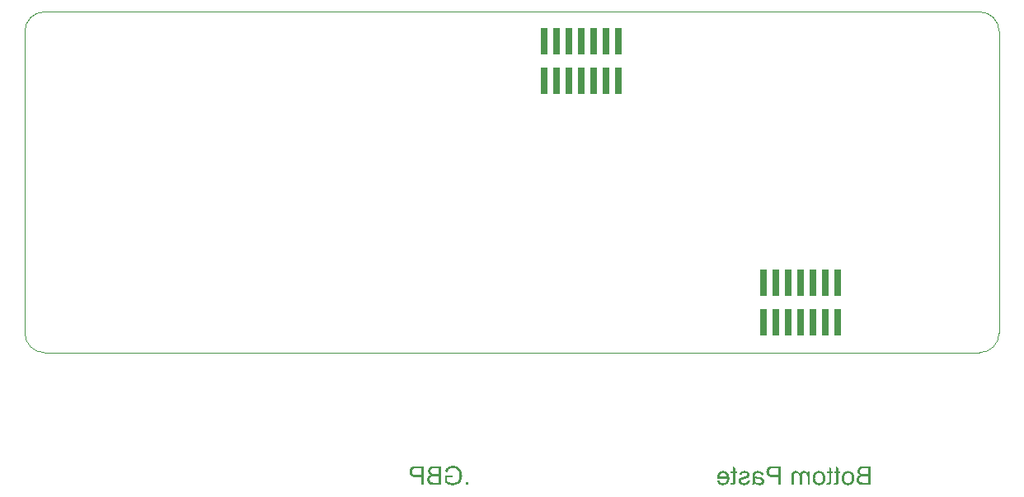
<source format=gbp>
G04*
G04 #@! TF.GenerationSoftware,Altium Limited,Altium Designer,24.2.2 (26)*
G04*
G04 Layer_Color=128*
%FSLAX43Y43*%
%MOMM*%
G71*
G04*
G04 #@! TF.SameCoordinates,5DB90D12-C1CB-46FC-8784-53B28312C21E*
G04*
G04*
G04 #@! TF.FilePolarity,Positive*
G04*
G01*
G75*
%ADD10C,0.100*%
%ADD73R,0.740X2.790*%
G36*
X80039Y-12162D02*
X80086Y-12170D01*
X80126Y-12180D01*
X80163Y-12190D01*
X80193Y-12202D01*
X80216Y-12212D01*
X80231Y-12220D01*
X80233Y-12222D01*
X80236D01*
X80273Y-12247D01*
X80308Y-12275D01*
X80338Y-12302D01*
X80363Y-12327D01*
X80383Y-12352D01*
X80398Y-12370D01*
X80408Y-12382D01*
X80411Y-12387D01*
Y-12190D01*
X80621D01*
Y-13582D01*
X80386D01*
Y-12862D01*
X80383Y-12795D01*
X80381Y-12737D01*
X80373Y-12687D01*
X80366Y-12645D01*
X80361Y-12615D01*
X80353Y-12590D01*
X80351Y-12577D01*
X80348Y-12572D01*
X80331Y-12537D01*
X80311Y-12505D01*
X80291Y-12477D01*
X80271Y-12457D01*
X80253Y-12440D01*
X80238Y-12427D01*
X80226Y-12420D01*
X80223Y-12417D01*
X80191Y-12400D01*
X80159Y-12387D01*
X80129Y-12377D01*
X80099Y-12372D01*
X80074Y-12367D01*
X80056Y-12365D01*
X80039D01*
X79994Y-12367D01*
X79954Y-12377D01*
X79921Y-12390D01*
X79896Y-12405D01*
X79876Y-12420D01*
X79861Y-12432D01*
X79854Y-12442D01*
X79851Y-12445D01*
X79831Y-12477D01*
X79819Y-12515D01*
X79809Y-12552D01*
X79801Y-12592D01*
X79796Y-12625D01*
X79794Y-12655D01*
Y-12665D01*
Y-12672D01*
Y-12677D01*
Y-12680D01*
Y-13582D01*
X79559Y-13582D01*
Y-12775D01*
Y-12737D01*
X79554Y-12700D01*
X79549Y-12667D01*
X79544Y-12637D01*
X79536Y-12610D01*
X79529Y-12582D01*
X79519Y-12560D01*
X79509Y-12540D01*
X79491Y-12507D01*
X79476Y-12482D01*
X79466Y-12470D01*
X79461Y-12465D01*
X79424Y-12432D01*
X79381Y-12407D01*
X79341Y-12390D01*
X79301Y-12377D01*
X79266Y-12370D01*
X79239Y-12367D01*
X79229Y-12365D01*
X79214D01*
X79184Y-12367D01*
X79159Y-12370D01*
X79134Y-12377D01*
X79114Y-12385D01*
X79096Y-12392D01*
X79084Y-12397D01*
X79076Y-12402D01*
X79074Y-12405D01*
X79051Y-12420D01*
X79034Y-12437D01*
X79019Y-12452D01*
X79009Y-12470D01*
X78999Y-12482D01*
X78994Y-12495D01*
X78989Y-12502D01*
Y-12505D01*
X78981Y-12532D01*
X78976Y-12562D01*
X78971Y-12597D01*
X78969Y-12630D01*
X78966Y-12660D01*
Y-12685D01*
Y-12695D01*
Y-12702D01*
Y-12705D01*
Y-12707D01*
Y-13582D01*
X78731D01*
Y-12630D01*
Y-12587D01*
X78736Y-12545D01*
X78741Y-12507D01*
X78749Y-12472D01*
X78756Y-12440D01*
X78766Y-12412D01*
X78776Y-12385D01*
X78786Y-12362D01*
X78799Y-12342D01*
X78809Y-12325D01*
X78819Y-12310D01*
X78826Y-12297D01*
X78834Y-12287D01*
X78839Y-12280D01*
X78841Y-12277D01*
X78844Y-12275D01*
X78866Y-12255D01*
X78889Y-12237D01*
X78941Y-12207D01*
X78994Y-12187D01*
X79044Y-12175D01*
X79091Y-12165D01*
X79111Y-12162D01*
X79129D01*
X79144Y-12160D01*
X79164D01*
X79211Y-12162D01*
X79259Y-12170D01*
X79301Y-12182D01*
X79344Y-12197D01*
X79381Y-12217D01*
X79416Y-12237D01*
X79449Y-12260D01*
X79479Y-12282D01*
X79504Y-12305D01*
X79526Y-12327D01*
X79546Y-12347D01*
X79564Y-12367D01*
X79576Y-12382D01*
X79586Y-12395D01*
X79591Y-12402D01*
X79594Y-12405D01*
X79611Y-12365D01*
X79634Y-12327D01*
X79656Y-12297D01*
X79681Y-12272D01*
X79701Y-12252D01*
X79719Y-12237D01*
X79731Y-12227D01*
X79736Y-12225D01*
X79776Y-12202D01*
X79816Y-12187D01*
X79859Y-12175D01*
X79899Y-12167D01*
X79934Y-12162D01*
X79964Y-12160D01*
X79989D01*
X80039Y-12162D01*
D02*
G37*
G36*
X75325Y-12162D02*
X75385Y-12167D01*
X75440Y-12175D01*
X75485Y-12185D01*
X75525Y-12195D01*
X75540Y-12197D01*
X75552Y-12202D01*
X75562Y-12205D01*
X75570Y-12207D01*
X75575Y-12210D01*
X75577D01*
X75625Y-12230D01*
X75667Y-12252D01*
X75702Y-12275D01*
X75732Y-12297D01*
X75755Y-12320D01*
X75772Y-12335D01*
X75782Y-12345D01*
X75785Y-12350D01*
X75810Y-12385D01*
X75832Y-12425D01*
X75850Y-12465D01*
X75862Y-12502D01*
X75875Y-12535D01*
X75882Y-12562D01*
X75885Y-12572D01*
Y-12580D01*
X75887Y-12585D01*
Y-12587D01*
X75657Y-12620D01*
X75642Y-12570D01*
X75622Y-12525D01*
X75605Y-12490D01*
X75585Y-12462D01*
X75570Y-12440D01*
X75555Y-12425D01*
X75545Y-12417D01*
X75542Y-12415D01*
X75510Y-12395D01*
X75470Y-12380D01*
X75430Y-12370D01*
X75387Y-12362D01*
X75352Y-12357D01*
X75322Y-12355D01*
X75295D01*
X75232Y-12357D01*
X75177Y-12367D01*
X75132Y-12380D01*
X75092Y-12395D01*
X75062Y-12410D01*
X75042Y-12422D01*
X75030Y-12432D01*
X75025Y-12435D01*
X75002Y-12460D01*
X74985Y-12492D01*
X74975Y-12525D01*
X74965Y-12560D01*
X74960Y-12590D01*
X74957Y-12617D01*
Y-12625D01*
Y-12632D01*
Y-12637D01*
Y-12640D01*
Y-12645D01*
Y-12655D01*
Y-12675D01*
X74960Y-12685D01*
Y-12692D01*
Y-12697D01*
Y-12700D01*
X74987Y-12707D01*
X75017Y-12717D01*
X75082Y-12732D01*
X75152Y-12747D01*
X75220Y-12760D01*
X75252Y-12765D01*
X75282Y-12770D01*
X75310Y-12772D01*
X75332Y-12775D01*
X75352Y-12780D01*
X75367D01*
X75377Y-12782D01*
X75380D01*
X75430Y-12790D01*
X75472Y-12795D01*
X75507Y-12800D01*
X75537Y-12807D01*
X75560Y-12810D01*
X75577Y-12815D01*
X75587Y-12817D01*
X75590D01*
X75625Y-12827D01*
X75657Y-12840D01*
X75685Y-12852D01*
X75710Y-12865D01*
X75730Y-12877D01*
X75747Y-12887D01*
X75757Y-12892D01*
X75760Y-12895D01*
X75787Y-12915D01*
X75810Y-12937D01*
X75832Y-12960D01*
X75850Y-12980D01*
X75862Y-13000D01*
X75875Y-13015D01*
X75880Y-13025D01*
X75882Y-13030D01*
X75897Y-13062D01*
X75907Y-13095D01*
X75917Y-13127D01*
X75922Y-13155D01*
X75925Y-13180D01*
X75927Y-13200D01*
Y-13212D01*
Y-13217D01*
X75925Y-13250D01*
X75922Y-13280D01*
X75907Y-13335D01*
X75887Y-13382D01*
X75865Y-13425D01*
X75842Y-13457D01*
X75825Y-13482D01*
X75810Y-13497D01*
X75807Y-13500D01*
X75805Y-13502D01*
X75780Y-13522D01*
X75755Y-13537D01*
X75697Y-13565D01*
X75640Y-13585D01*
X75582Y-13597D01*
X75532Y-13607D01*
X75510Y-13609D01*
X75490D01*
X75475Y-13612D01*
X75452D01*
X75402Y-13609D01*
X75355Y-13604D01*
X75310Y-13597D01*
X75272Y-13590D01*
X75240Y-13582D01*
X75215Y-13575D01*
X75207Y-13572D01*
X75200Y-13570D01*
X75197Y-13567D01*
X75195D01*
X75150Y-13547D01*
X75102Y-13522D01*
X75060Y-13495D01*
X75022Y-13470D01*
X74987Y-13445D01*
X74962Y-13425D01*
X74952Y-13417D01*
X74945Y-13412D01*
X74942Y-13407D01*
X74940D01*
X74935Y-13445D01*
X74927Y-13477D01*
X74922Y-13507D01*
X74912Y-13532D01*
X74907Y-13555D01*
X74900Y-13570D01*
X74897Y-13580D01*
X74895Y-13582D01*
X74647D01*
X74662Y-13552D01*
X74675Y-13522D01*
X74685Y-13495D01*
X74695Y-13467D01*
X74700Y-13447D01*
X74705Y-13430D01*
X74707Y-13420D01*
Y-13415D01*
X74710Y-13395D01*
X74712Y-13372D01*
Y-13345D01*
X74715Y-13312D01*
X74717Y-13245D01*
Y-13175D01*
X74720Y-13140D01*
Y-13107D01*
Y-13077D01*
Y-13052D01*
Y-13030D01*
Y-13015D01*
Y-13002D01*
Y-13000D01*
Y-12685D01*
Y-12630D01*
X74722Y-12585D01*
X74725Y-12547D01*
Y-12517D01*
X74727Y-12495D01*
X74730Y-12480D01*
X74732Y-12470D01*
Y-12467D01*
X74742Y-12432D01*
X74752Y-12402D01*
X74765Y-12375D01*
X74777Y-12352D01*
X74790Y-12335D01*
X74800Y-12320D01*
X74805Y-12312D01*
X74807Y-12310D01*
X74830Y-12287D01*
X74855Y-12265D01*
X74882Y-12247D01*
X74910Y-12232D01*
X74935Y-12220D01*
X74955Y-12210D01*
X74967Y-12205D01*
X74970Y-12202D01*
X74972D01*
X75017Y-12187D01*
X75062Y-12177D01*
X75112Y-12170D01*
X75157Y-12165D01*
X75197Y-12162D01*
X75215Y-12160D01*
X75260D01*
X75325Y-12162D01*
D02*
G37*
G36*
X83560Y-11847D02*
Y-12190D01*
X83735D01*
Y-12372D01*
X83560D01*
Y-13175D01*
Y-13212D01*
X83558Y-13247D01*
Y-13280D01*
X83555Y-13307D01*
X83553Y-13335D01*
X83550Y-13357D01*
X83548Y-13377D01*
X83545Y-13395D01*
X83540Y-13422D01*
X83538Y-13440D01*
X83533Y-13452D01*
Y-13455D01*
X83520Y-13477D01*
X83505Y-13497D01*
X83488Y-13517D01*
X83470Y-13532D01*
X83455Y-13545D01*
X83445Y-13552D01*
X83435Y-13557D01*
X83433Y-13560D01*
X83405Y-13572D01*
X83373Y-13582D01*
X83340Y-13590D01*
X83308Y-13594D01*
X83280Y-13597D01*
X83255Y-13599D01*
X83235D01*
X83173Y-13597D01*
X83143Y-13592D01*
X83115Y-13590D01*
X83090Y-13585D01*
X83073Y-13582D01*
X83060Y-13580D01*
X83055D01*
X83088Y-13372D01*
X83110Y-13375D01*
X83130Y-13377D01*
X83150D01*
X83165Y-13380D01*
X83193D01*
X83228Y-13377D01*
X83253Y-13372D01*
X83263Y-13370D01*
X83270Y-13367D01*
X83273Y-13365D01*
X83275D01*
X83293Y-13350D01*
X83305Y-13335D01*
X83313Y-13325D01*
X83315Y-13320D01*
X83318Y-13305D01*
X83320Y-13287D01*
X83323Y-13265D01*
Y-13242D01*
X83325Y-13222D01*
Y-13205D01*
Y-13192D01*
Y-13187D01*
Y-12372D01*
X83088D01*
Y-12190D01*
X83325D01*
Y-11705D01*
X83560Y-11847D01*
D02*
G37*
G36*
X82815D02*
Y-12190D01*
X82990D01*
Y-12372D01*
X82815D01*
Y-13175D01*
Y-13212D01*
X82813Y-13247D01*
Y-13280D01*
X82810Y-13307D01*
X82808Y-13335D01*
X82805Y-13357D01*
X82803Y-13377D01*
X82800Y-13395D01*
X82795Y-13422D01*
X82793Y-13440D01*
X82788Y-13452D01*
Y-13455D01*
X82775Y-13477D01*
X82760Y-13497D01*
X82743Y-13517D01*
X82725Y-13532D01*
X82710Y-13545D01*
X82700Y-13552D01*
X82690Y-13557D01*
X82688Y-13560D01*
X82660Y-13572D01*
X82628Y-13582D01*
X82595Y-13590D01*
X82563Y-13594D01*
X82535Y-13597D01*
X82510Y-13599D01*
X82490D01*
X82428Y-13597D01*
X82398Y-13592D01*
X82370Y-13590D01*
X82345Y-13585D01*
X82328Y-13582D01*
X82315Y-13580D01*
X82310D01*
X82343Y-13372D01*
X82365Y-13375D01*
X82385Y-13377D01*
X82405D01*
X82420Y-13380D01*
X82448D01*
X82483Y-13377D01*
X82508Y-13372D01*
X82518Y-13370D01*
X82525Y-13367D01*
X82528Y-13365D01*
X82530D01*
X82548Y-13350D01*
X82560Y-13335D01*
X82568Y-13325D01*
X82570Y-13320D01*
X82573Y-13305D01*
X82575Y-13287D01*
X82578Y-13265D01*
Y-13242D01*
X82580Y-13222D01*
Y-13205D01*
Y-13192D01*
Y-13187D01*
Y-12372D01*
X82343D01*
Y-12190D01*
X82580D01*
Y-11705D01*
X82815Y-11847D01*
D02*
G37*
G36*
X72973Y-11847D02*
Y-12190D01*
X73148D01*
Y-12372D01*
X72973D01*
Y-13175D01*
Y-13212D01*
X72970Y-13247D01*
Y-13280D01*
X72968Y-13307D01*
X72965Y-13335D01*
X72963Y-13357D01*
X72960Y-13377D01*
X72958Y-13395D01*
X72953Y-13422D01*
X72950Y-13440D01*
X72945Y-13452D01*
Y-13455D01*
X72933Y-13477D01*
X72918Y-13497D01*
X72900Y-13517D01*
X72883Y-13532D01*
X72868Y-13545D01*
X72858Y-13552D01*
X72848Y-13557D01*
X72845Y-13560D01*
X72818Y-13572D01*
X72785Y-13582D01*
X72753Y-13590D01*
X72720Y-13594D01*
X72693Y-13597D01*
X72668Y-13599D01*
X72648D01*
X72585Y-13597D01*
X72555Y-13592D01*
X72528Y-13590D01*
X72503Y-13585D01*
X72485Y-13582D01*
X72473Y-13580D01*
X72468D01*
X72500Y-13372D01*
X72523Y-13375D01*
X72543Y-13377D01*
X72563D01*
X72578Y-13380D01*
X72605D01*
X72640Y-13377D01*
X72665Y-13372D01*
X72675Y-13370D01*
X72683Y-13367D01*
X72685Y-13365D01*
X72688D01*
X72705Y-13350D01*
X72718Y-13335D01*
X72725Y-13325D01*
X72728Y-13320D01*
X72730Y-13305D01*
X72733Y-13287D01*
X72735Y-13265D01*
Y-13242D01*
X72738Y-13222D01*
Y-13205D01*
Y-13192D01*
Y-13187D01*
Y-12372D01*
X72500D01*
Y-12190D01*
X72738D01*
Y-11705D01*
X72973Y-11847D01*
D02*
G37*
G36*
X71753Y-12162D02*
X71803Y-12167D01*
X71851Y-12177D01*
X71896Y-12190D01*
X71936Y-12205D01*
X71976Y-12222D01*
X72011Y-12240D01*
X72043Y-12257D01*
X72071Y-12275D01*
X72096Y-12292D01*
X72118Y-12310D01*
X72136Y-12325D01*
X72151Y-12337D01*
X72161Y-12347D01*
X72166Y-12352D01*
X72168Y-12355D01*
X72201Y-12392D01*
X72228Y-12432D01*
X72251Y-12477D01*
X72273Y-12522D01*
X72291Y-12567D01*
X72303Y-12612D01*
X72315Y-12657D01*
X72326Y-12700D01*
X72333Y-12740D01*
X72338Y-12777D01*
X72343Y-12812D01*
X72345Y-12842D01*
Y-12865D01*
X72348Y-12885D01*
Y-12895D01*
Y-12900D01*
X72345Y-12962D01*
X72340Y-13020D01*
X72330Y-13072D01*
X72321Y-13125D01*
X72308Y-13170D01*
X72293Y-13215D01*
X72276Y-13252D01*
X72258Y-13290D01*
X72243Y-13320D01*
X72226Y-13347D01*
X72211Y-13370D01*
X72198Y-13390D01*
X72188Y-13405D01*
X72178Y-13415D01*
X72173Y-13422D01*
X72171Y-13425D01*
X72136Y-13457D01*
X72098Y-13487D01*
X72058Y-13512D01*
X72018Y-13532D01*
X71978Y-13552D01*
X71938Y-13567D01*
X71898Y-13580D01*
X71861Y-13590D01*
X71826Y-13597D01*
X71791Y-13602D01*
X71761Y-13607D01*
X71736Y-13609D01*
X71716D01*
X71698Y-13612D01*
X71686D01*
X71641Y-13609D01*
X71598Y-13607D01*
X71521Y-13594D01*
X71486Y-13585D01*
X71453Y-13575D01*
X71423Y-13565D01*
X71396Y-13552D01*
X71371Y-13542D01*
X71351Y-13532D01*
X71331Y-13522D01*
X71316Y-13512D01*
X71303Y-13505D01*
X71296Y-13500D01*
X71291Y-13495D01*
X71288D01*
X71236Y-13447D01*
X71191Y-13392D01*
X71153Y-13337D01*
X71123Y-13285D01*
X71103Y-13237D01*
X71093Y-13215D01*
X71088Y-13197D01*
X71081Y-13182D01*
X71078Y-13172D01*
X71076Y-13165D01*
Y-13162D01*
X71321Y-13130D01*
X71341Y-13182D01*
X71366Y-13227D01*
X71391Y-13267D01*
X71413Y-13297D01*
X71433Y-13320D01*
X71451Y-13337D01*
X71461Y-13347D01*
X71466Y-13350D01*
X71501Y-13372D01*
X71538Y-13390D01*
X71576Y-13400D01*
X71608Y-13410D01*
X71641Y-13415D01*
X71663Y-13417D01*
X71686D01*
X71718Y-13415D01*
X71748Y-13412D01*
X71806Y-13397D01*
X71856Y-13380D01*
X71898Y-13357D01*
X71931Y-13335D01*
X71958Y-13315D01*
X71966Y-13307D01*
X71973Y-13302D01*
X71976Y-13300D01*
X71978Y-13297D01*
X71998Y-13272D01*
X72016Y-13247D01*
X72046Y-13192D01*
X72068Y-13135D01*
X72086Y-13077D01*
X72096Y-13027D01*
X72098Y-13005D01*
X72101Y-12985D01*
X72103Y-12970D01*
X72106Y-12957D01*
Y-12950D01*
Y-12947D01*
X71068D01*
X71066Y-12920D01*
Y-12900D01*
Y-12890D01*
Y-12885D01*
X71068Y-12822D01*
X71073Y-12762D01*
X71083Y-12707D01*
X71093Y-12655D01*
X71106Y-12607D01*
X71121Y-12565D01*
X71138Y-12525D01*
X71153Y-12487D01*
X71171Y-12455D01*
X71188Y-12427D01*
X71203Y-12405D01*
X71216Y-12385D01*
X71226Y-12370D01*
X71236Y-12360D01*
X71241Y-12352D01*
X71243Y-12350D01*
X71278Y-12317D01*
X71313Y-12287D01*
X71351Y-12262D01*
X71391Y-12240D01*
X71428Y-12222D01*
X71466Y-12207D01*
X71503Y-12192D01*
X71538Y-12182D01*
X71571Y-12175D01*
X71603Y-12170D01*
X71631Y-12165D01*
X71653Y-12162D01*
X71673Y-12160D01*
X71701D01*
X71753Y-12162D01*
D02*
G37*
G36*
X86862Y-13582D02*
X86132D01*
X86064Y-13580D01*
X86005Y-13577D01*
X85952Y-13572D01*
X85907Y-13567D01*
X85872Y-13562D01*
X85857Y-13560D01*
X85845Y-13557D01*
X85835Y-13555D01*
X85827Y-13552D01*
X85822D01*
X85777Y-13540D01*
X85735Y-13525D01*
X85700Y-13507D01*
X85670Y-13492D01*
X85645Y-13480D01*
X85627Y-13467D01*
X85615Y-13460D01*
X85612Y-13457D01*
X85582Y-13430D01*
X85555Y-13402D01*
X85530Y-13372D01*
X85510Y-13342D01*
X85492Y-13317D01*
X85480Y-13297D01*
X85472Y-13282D01*
X85470Y-13277D01*
X85450Y-13232D01*
X85437Y-13190D01*
X85427Y-13147D01*
X85420Y-13110D01*
X85415Y-13075D01*
X85412Y-13050D01*
Y-13040D01*
Y-13032D01*
Y-13030D01*
Y-13027D01*
X85417Y-12967D01*
X85427Y-12912D01*
X85442Y-12862D01*
X85460Y-12820D01*
X85477Y-12785D01*
X85492Y-12760D01*
X85497Y-12750D01*
X85502Y-12742D01*
X85507Y-12740D01*
Y-12737D01*
X85545Y-12695D01*
X85587Y-12657D01*
X85632Y-12627D01*
X85675Y-12602D01*
X85715Y-12582D01*
X85732Y-12575D01*
X85745Y-12570D01*
X85757Y-12565D01*
X85767Y-12562D01*
X85772Y-12560D01*
X85775D01*
X85727Y-12535D01*
X85687Y-12505D01*
X85652Y-12477D01*
X85622Y-12450D01*
X85600Y-12425D01*
X85585Y-12405D01*
X85575Y-12392D01*
X85572Y-12387D01*
X85550Y-12345D01*
X85532Y-12305D01*
X85522Y-12265D01*
X85512Y-12227D01*
X85507Y-12197D01*
X85505Y-12172D01*
Y-12165D01*
Y-12157D01*
Y-12155D01*
Y-12152D01*
X85507Y-12102D01*
X85517Y-12057D01*
X85530Y-12015D01*
X85542Y-11977D01*
X85557Y-11945D01*
X85570Y-11920D01*
X85580Y-11905D01*
X85582Y-11902D01*
Y-11900D01*
X85612Y-11857D01*
X85647Y-11820D01*
X85680Y-11790D01*
X85715Y-11765D01*
X85745Y-11745D01*
X85767Y-11730D01*
X85777Y-11725D01*
X85785Y-11722D01*
X85787Y-11720D01*
X85790D01*
X85842Y-11700D01*
X85900Y-11685D01*
X85960Y-11675D01*
X86015Y-11667D01*
X86064Y-11662D01*
X86087D01*
X86104Y-11660D01*
X86862D01*
Y-13582D01*
D02*
G37*
G36*
X77607Y-13582D02*
X77352D01*
Y-12802D01*
X76862D01*
X76789Y-12800D01*
X76722Y-12795D01*
X76659Y-12787D01*
X76602Y-12775D01*
X76552Y-12762D01*
X76504Y-12747D01*
X76464Y-12732D01*
X76427Y-12717D01*
X76397Y-12702D01*
X76369Y-12685D01*
X76347Y-12672D01*
X76329Y-12660D01*
X76317Y-12647D01*
X76307Y-12640D01*
X76302Y-12635D01*
X76299Y-12632D01*
X76272Y-12600D01*
X76247Y-12565D01*
X76227Y-12530D01*
X76210Y-12495D01*
X76192Y-12460D01*
X76180Y-12427D01*
X76162Y-12360D01*
X76155Y-12332D01*
X76150Y-12305D01*
X76147Y-12280D01*
X76145Y-12257D01*
X76142Y-12240D01*
Y-12227D01*
Y-12220D01*
Y-12217D01*
X76145Y-12165D01*
X76152Y-12117D01*
X76162Y-12072D01*
X76172Y-12032D01*
X76182Y-12000D01*
X76192Y-11975D01*
X76197Y-11967D01*
X76200Y-11960D01*
X76202Y-11957D01*
Y-11955D01*
X76225Y-11912D01*
X76249Y-11875D01*
X76277Y-11842D01*
X76302Y-11817D01*
X76322Y-11797D01*
X76342Y-11782D01*
X76352Y-11772D01*
X76357Y-11770D01*
X76394Y-11747D01*
X76434Y-11727D01*
X76472Y-11712D01*
X76509Y-11700D01*
X76542Y-11690D01*
X76569Y-11685D01*
X76579Y-11682D01*
X76584Y-11680D01*
X76592D01*
X76632Y-11672D01*
X76679Y-11667D01*
X76729Y-11665D01*
X76774Y-11662D01*
X76817Y-11660D01*
X77607D01*
Y-13582D01*
D02*
G37*
G36*
X84577Y-12162D02*
X84622Y-12167D01*
X84665Y-12175D01*
X84707Y-12185D01*
X84745Y-12195D01*
X84782Y-12210D01*
X84815Y-12222D01*
X84845Y-12237D01*
X84872Y-12252D01*
X84897Y-12265D01*
X84917Y-12280D01*
X84935Y-12290D01*
X84950Y-12300D01*
X84960Y-12307D01*
X84965Y-12312D01*
X84967Y-12315D01*
X85005Y-12352D01*
X85037Y-12392D01*
X85065Y-12437D01*
X85090Y-12482D01*
X85110Y-12530D01*
X85127Y-12577D01*
X85142Y-12625D01*
X85152Y-12672D01*
X85162Y-12715D01*
X85167Y-12755D01*
X85172Y-12792D01*
X85177Y-12825D01*
Y-12850D01*
X85180Y-12870D01*
Y-12882D01*
Y-12887D01*
X85177Y-12952D01*
X85172Y-13012D01*
X85162Y-13067D01*
X85152Y-13120D01*
X85137Y-13170D01*
X85122Y-13212D01*
X85107Y-13252D01*
X85090Y-13290D01*
X85072Y-13322D01*
X85057Y-13350D01*
X85042Y-13372D01*
X85027Y-13392D01*
X85017Y-13407D01*
X85007Y-13417D01*
X85002Y-13425D01*
X85000Y-13427D01*
X84965Y-13460D01*
X84927Y-13487D01*
X84890Y-13512D01*
X84850Y-13535D01*
X84810Y-13552D01*
X84772Y-13567D01*
X84735Y-13580D01*
X84697Y-13590D01*
X84662Y-13597D01*
X84630Y-13602D01*
X84602Y-13607D01*
X84577Y-13609D01*
X84557D01*
X84542Y-13612D01*
X84530D01*
X84462Y-13609D01*
X84400Y-13599D01*
X84342Y-13585D01*
X84295Y-13569D01*
X84252Y-13555D01*
X84235Y-13547D01*
X84222Y-13540D01*
X84210Y-13535D01*
X84202Y-13530D01*
X84197Y-13527D01*
X84195D01*
X84140Y-13492D01*
X84092Y-13455D01*
X84052Y-13415D01*
X84020Y-13377D01*
X83993Y-13342D01*
X83975Y-13315D01*
X83968Y-13305D01*
X83963Y-13297D01*
X83960Y-13292D01*
Y-13290D01*
X83945Y-13260D01*
X83933Y-13227D01*
X83913Y-13157D01*
X83898Y-13087D01*
X83888Y-13020D01*
X83885Y-12990D01*
X83883Y-12960D01*
X83880Y-12935D01*
X83878Y-12912D01*
Y-12892D01*
Y-12880D01*
Y-12870D01*
Y-12867D01*
X83880Y-12807D01*
X83885Y-12750D01*
X83895Y-12697D01*
X83905Y-12647D01*
X83920Y-12600D01*
X83935Y-12557D01*
X83953Y-12520D01*
X83968Y-12485D01*
X83985Y-12455D01*
X84003Y-12427D01*
X84018Y-12402D01*
X84033Y-12385D01*
X84043Y-12370D01*
X84052Y-12357D01*
X84058Y-12352D01*
X84060Y-12350D01*
X84095Y-12317D01*
X84132Y-12287D01*
X84170Y-12262D01*
X84210Y-12240D01*
X84250Y-12222D01*
X84290Y-12207D01*
X84327Y-12192D01*
X84362Y-12182D01*
X84397Y-12175D01*
X84430Y-12170D01*
X84457Y-12165D01*
X84482Y-12162D01*
X84502Y-12160D01*
X84530D01*
X84577Y-12162D01*
D02*
G37*
G36*
X81596D02*
X81641Y-12167D01*
X81683Y-12175D01*
X81726Y-12185D01*
X81763Y-12195D01*
X81801Y-12210D01*
X81833Y-12222D01*
X81863Y-12237D01*
X81891Y-12252D01*
X81916Y-12265D01*
X81936Y-12280D01*
X81953Y-12290D01*
X81968Y-12300D01*
X81978Y-12307D01*
X81983Y-12312D01*
X81986Y-12315D01*
X82023Y-12352D01*
X82056Y-12392D01*
X82083Y-12437D01*
X82108Y-12482D01*
X82128Y-12530D01*
X82145Y-12577D01*
X82160Y-12625D01*
X82170Y-12672D01*
X82180Y-12715D01*
X82185Y-12755D01*
X82190Y-12792D01*
X82195Y-12825D01*
Y-12850D01*
X82198Y-12870D01*
Y-12882D01*
Y-12887D01*
X82195Y-12952D01*
X82190Y-13012D01*
X82180Y-13067D01*
X82170Y-13120D01*
X82155Y-13170D01*
X82140Y-13212D01*
X82125Y-13252D01*
X82108Y-13290D01*
X82090Y-13322D01*
X82076Y-13350D01*
X82061Y-13372D01*
X82046Y-13392D01*
X82036Y-13407D01*
X82026Y-13417D01*
X82021Y-13425D01*
X82018Y-13427D01*
X81983Y-13460D01*
X81946Y-13487D01*
X81908Y-13512D01*
X81868Y-13535D01*
X81828Y-13552D01*
X81791Y-13567D01*
X81753Y-13580D01*
X81716Y-13590D01*
X81681Y-13597D01*
X81648Y-13602D01*
X81621Y-13607D01*
X81596Y-13609D01*
X81576D01*
X81561Y-13612D01*
X81548D01*
X81481Y-13609D01*
X81418Y-13599D01*
X81361Y-13585D01*
X81313Y-13569D01*
X81271Y-13555D01*
X81253Y-13547D01*
X81241Y-13540D01*
X81228Y-13535D01*
X81221Y-13530D01*
X81216Y-13527D01*
X81213D01*
X81158Y-13492D01*
X81111Y-13455D01*
X81071Y-13415D01*
X81038Y-13377D01*
X81011Y-13342D01*
X80993Y-13315D01*
X80986Y-13305D01*
X80981Y-13297D01*
X80978Y-13292D01*
Y-13290D01*
X80963Y-13260D01*
X80951Y-13227D01*
X80931Y-13157D01*
X80916Y-13087D01*
X80906Y-13020D01*
X80903Y-12990D01*
X80901Y-12960D01*
X80898Y-12935D01*
X80896Y-12912D01*
Y-12892D01*
Y-12880D01*
Y-12870D01*
Y-12867D01*
X80898Y-12807D01*
X80903Y-12750D01*
X80913Y-12697D01*
X80923Y-12647D01*
X80938Y-12600D01*
X80953Y-12557D01*
X80971Y-12520D01*
X80986Y-12485D01*
X81003Y-12455D01*
X81021Y-12427D01*
X81036Y-12402D01*
X81051Y-12385D01*
X81061Y-12370D01*
X81071Y-12357D01*
X81076Y-12352D01*
X81078Y-12350D01*
X81113Y-12317D01*
X81151Y-12287D01*
X81188Y-12262D01*
X81228Y-12240D01*
X81268Y-12222D01*
X81308Y-12207D01*
X81346Y-12192D01*
X81381Y-12182D01*
X81416Y-12175D01*
X81448Y-12170D01*
X81476Y-12165D01*
X81501Y-12162D01*
X81521Y-12160D01*
X81548D01*
X81596Y-12162D01*
D02*
G37*
G36*
X73975Y-12165D02*
X74010Y-12170D01*
X74040Y-12175D01*
X74068Y-12180D01*
X74085Y-12185D01*
X74098Y-12187D01*
X74103Y-12190D01*
X74135Y-12200D01*
X74165Y-12212D01*
X74193Y-12222D01*
X74213Y-12235D01*
X74230Y-12242D01*
X74243Y-12250D01*
X74250Y-12255D01*
X74253Y-12257D01*
X74277Y-12277D01*
X74300Y-12300D01*
X74320Y-12322D01*
X74337Y-12342D01*
X74350Y-12362D01*
X74360Y-12377D01*
X74365Y-12387D01*
X74367Y-12390D01*
X74382Y-12420D01*
X74392Y-12450D01*
X74400Y-12480D01*
X74405Y-12505D01*
X74407Y-12530D01*
X74410Y-12547D01*
Y-12557D01*
Y-12562D01*
X74407Y-12600D01*
X74402Y-12635D01*
X74395Y-12667D01*
X74385Y-12695D01*
X74375Y-12717D01*
X74367Y-12735D01*
X74362Y-12745D01*
X74360Y-12750D01*
X74337Y-12780D01*
X74315Y-12805D01*
X74287Y-12827D01*
X74265Y-12845D01*
X74243Y-12860D01*
X74225Y-12870D01*
X74213Y-12877D01*
X74208Y-12880D01*
X74188Y-12890D01*
X74163Y-12897D01*
X74138Y-12907D01*
X74110Y-12917D01*
X74050Y-12937D01*
X73990Y-12955D01*
X73935Y-12970D01*
X73910Y-12977D01*
X73890Y-12982D01*
X73873Y-12987D01*
X73860Y-12992D01*
X73850Y-12995D01*
X73848D01*
X73813Y-13002D01*
X73783Y-13012D01*
X73753Y-13020D01*
X73728Y-13027D01*
X73705Y-13035D01*
X73685Y-13040D01*
X73670Y-13045D01*
X73655Y-13052D01*
X73630Y-13060D01*
X73615Y-13067D01*
X73608Y-13070D01*
X73605Y-13072D01*
X73583Y-13092D01*
X73565Y-13112D01*
X73553Y-13132D01*
X73543Y-13152D01*
X73538Y-13170D01*
X73535Y-13185D01*
Y-13195D01*
Y-13197D01*
X73538Y-13230D01*
X73548Y-13260D01*
X73560Y-13285D01*
X73575Y-13307D01*
X73590Y-13327D01*
X73603Y-13340D01*
X73613Y-13350D01*
X73615Y-13352D01*
X73648Y-13375D01*
X73688Y-13390D01*
X73728Y-13402D01*
X73765Y-13410D01*
X73803Y-13415D01*
X73830Y-13417D01*
X73858D01*
X73915Y-13415D01*
X73965Y-13405D01*
X74008Y-13395D01*
X74045Y-13380D01*
X74073Y-13367D01*
X74093Y-13355D01*
X74105Y-13347D01*
X74110Y-13345D01*
X74140Y-13315D01*
X74165Y-13280D01*
X74183Y-13245D01*
X74198Y-13210D01*
X74208Y-13177D01*
X74213Y-13152D01*
X74215Y-13142D01*
X74218Y-13135D01*
Y-13132D01*
Y-13130D01*
X74450Y-13167D01*
X74442Y-13207D01*
X74432Y-13245D01*
X74420Y-13280D01*
X74405Y-13312D01*
X74392Y-13342D01*
X74377Y-13370D01*
X74360Y-13395D01*
X74345Y-13417D01*
X74330Y-13437D01*
X74317Y-13455D01*
X74305Y-13470D01*
X74293Y-13482D01*
X74283Y-13490D01*
X74275Y-13497D01*
X74272Y-13500D01*
X74270Y-13502D01*
X74243Y-13522D01*
X74210Y-13537D01*
X74145Y-13565D01*
X74075Y-13585D01*
X74010Y-13597D01*
X73978Y-13602D01*
X73948Y-13607D01*
X73923Y-13609D01*
X73900D01*
X73880Y-13612D01*
X73855D01*
X73795Y-13609D01*
X73740Y-13604D01*
X73690Y-13594D01*
X73648Y-13585D01*
X73613Y-13575D01*
X73585Y-13565D01*
X73575Y-13562D01*
X73568Y-13560D01*
X73565Y-13557D01*
X73563D01*
X73518Y-13535D01*
X73478Y-13507D01*
X73443Y-13482D01*
X73413Y-13455D01*
X73393Y-13432D01*
X73375Y-13415D01*
X73365Y-13402D01*
X73363Y-13397D01*
X73340Y-13357D01*
X73323Y-13317D01*
X73310Y-13280D01*
X73300Y-13245D01*
X73295Y-13215D01*
X73293Y-13192D01*
Y-13177D01*
Y-13175D01*
Y-13172D01*
X73295Y-13130D01*
X73303Y-13090D01*
X73310Y-13057D01*
X73320Y-13027D01*
X73333Y-13005D01*
X73340Y-12987D01*
X73348Y-12975D01*
X73350Y-12972D01*
X73373Y-12942D01*
X73400Y-12917D01*
X73425Y-12897D01*
X73450Y-12880D01*
X73473Y-12865D01*
X73490Y-12855D01*
X73503Y-12850D01*
X73508Y-12847D01*
X73528Y-12840D01*
X73550Y-12830D01*
X73603Y-12812D01*
X73660Y-12795D01*
X73718Y-12777D01*
X73770Y-12762D01*
X73795Y-12757D01*
X73815Y-12750D01*
X73830Y-12745D01*
X73845Y-12742D01*
X73853Y-12740D01*
X73855D01*
X73885Y-12732D01*
X73913Y-12722D01*
X73938Y-12717D01*
X73960Y-12710D01*
X73980Y-12705D01*
X73998Y-12700D01*
X74025Y-12692D01*
X74045Y-12687D01*
X74058Y-12682D01*
X74063Y-12680D01*
X74065D01*
X74085Y-12670D01*
X74105Y-12660D01*
X74120Y-12650D01*
X74133Y-12640D01*
X74143Y-12630D01*
X74150Y-12622D01*
X74153Y-12620D01*
X74155Y-12617D01*
X74165Y-12602D01*
X74170Y-12587D01*
X74180Y-12562D01*
Y-12550D01*
X74183Y-12542D01*
Y-12537D01*
Y-12535D01*
X74180Y-12507D01*
X74173Y-12485D01*
X74160Y-12462D01*
X74148Y-12445D01*
X74138Y-12430D01*
X74125Y-12420D01*
X74118Y-12412D01*
X74115Y-12410D01*
X74085Y-12392D01*
X74050Y-12377D01*
X74010Y-12367D01*
X73973Y-12362D01*
X73938Y-12357D01*
X73910Y-12355D01*
X73883D01*
X73833Y-12357D01*
X73790Y-12365D01*
X73753Y-12375D01*
X73723Y-12385D01*
X73698Y-12397D01*
X73683Y-12407D01*
X73670Y-12415D01*
X73668Y-12417D01*
X73643Y-12442D01*
X73623Y-12467D01*
X73605Y-12495D01*
X73593Y-12522D01*
X73585Y-12545D01*
X73580Y-12565D01*
X73575Y-12577D01*
Y-12582D01*
X73345Y-12550D01*
X73355Y-12502D01*
X73368Y-12460D01*
X73380Y-12425D01*
X73395Y-12395D01*
X73408Y-12370D01*
X73418Y-12352D01*
X73425Y-12340D01*
X73428Y-12337D01*
X73453Y-12307D01*
X73483Y-12282D01*
X73513Y-12260D01*
X73543Y-12242D01*
X73570Y-12227D01*
X73593Y-12215D01*
X73608Y-12210D01*
X73610Y-12207D01*
X73613D01*
X73660Y-12192D01*
X73708Y-12180D01*
X73758Y-12172D01*
X73800Y-12165D01*
X73840Y-12162D01*
X73855D01*
X73870Y-12160D01*
X73938D01*
X73975Y-12165D01*
D02*
G37*
G36*
X44046Y-11633D02*
X44143Y-11647D01*
X44187Y-11655D01*
X44229Y-11666D01*
X44268Y-11675D01*
X44304Y-11686D01*
X44337Y-11697D01*
X44365Y-11708D01*
X44390Y-11719D01*
X44412Y-11727D01*
X44429Y-11736D01*
X44440Y-11741D01*
X44448Y-11744D01*
X44451Y-11747D01*
X44490Y-11772D01*
X44529Y-11797D01*
X44596Y-11855D01*
X44654Y-11913D01*
X44701Y-11975D01*
X44740Y-12027D01*
X44754Y-12050D01*
X44765Y-12072D01*
X44776Y-12088D01*
X44782Y-12099D01*
X44784Y-12108D01*
X44787Y-12111D01*
X44826Y-12202D01*
X44854Y-12294D01*
X44876Y-12383D01*
X44881Y-12424D01*
X44890Y-12463D01*
X44893Y-12499D01*
X44898Y-12530D01*
X44901Y-12560D01*
Y-12585D01*
X44904Y-12605D01*
Y-12619D01*
Y-12630D01*
Y-12633D01*
X44898Y-12735D01*
X44884Y-12832D01*
X44876Y-12877D01*
X44868Y-12918D01*
X44856Y-12960D01*
X44845Y-12996D01*
X44834Y-13030D01*
X44823Y-13057D01*
X44815Y-13085D01*
X44807Y-13104D01*
X44798Y-13124D01*
X44793Y-13135D01*
X44787Y-13143D01*
Y-13146D01*
X44737Y-13227D01*
X44682Y-13296D01*
X44623Y-13357D01*
X44568Y-13407D01*
X44515Y-13446D01*
X44496Y-13460D01*
X44476Y-13474D01*
X44459Y-13482D01*
X44448Y-13490D01*
X44440Y-13493D01*
X44437Y-13496D01*
X44393Y-13518D01*
X44348Y-13535D01*
X44260Y-13565D01*
X44174Y-13585D01*
X44093Y-13601D01*
X44057Y-13604D01*
X44024Y-13610D01*
X43993Y-13613D01*
X43968D01*
X43949Y-13615D01*
X43921D01*
X43843Y-13613D01*
X43768Y-13604D01*
X43699Y-13590D01*
X43638Y-13576D01*
X43613Y-13571D01*
X43588Y-13565D01*
X43566Y-13557D01*
X43546Y-13551D01*
X43532Y-13546D01*
X43521Y-13543D01*
X43516Y-13540D01*
X43513D01*
X43438Y-13510D01*
X43368Y-13474D01*
X43302Y-13435D01*
X43244Y-13399D01*
X43219Y-13382D01*
X43194Y-13365D01*
X43174Y-13352D01*
X43157Y-13340D01*
X43144Y-13329D01*
X43132Y-13321D01*
X43127Y-13318D01*
X43124Y-13315D01*
Y-12602D01*
X43940D01*
Y-12830D01*
X43374D01*
Y-13191D01*
X43407Y-13218D01*
X43446Y-13243D01*
X43488Y-13266D01*
X43527Y-13285D01*
X43560Y-13302D01*
X43591Y-13315D01*
X43602Y-13321D01*
X43607Y-13324D01*
X43613Y-13327D01*
X43616D01*
X43674Y-13346D01*
X43732Y-13363D01*
X43785Y-13374D01*
X43835Y-13379D01*
X43876Y-13385D01*
X43893D01*
X43910Y-13388D01*
X43938D01*
X44007Y-13385D01*
X44074Y-13374D01*
X44135Y-13360D01*
X44190Y-13346D01*
X44235Y-13329D01*
X44254Y-13324D01*
X44268Y-13318D01*
X44282Y-13313D01*
X44290Y-13307D01*
X44296Y-13304D01*
X44298D01*
X44357Y-13268D01*
X44410Y-13229D01*
X44454Y-13188D01*
X44490Y-13146D01*
X44521Y-13107D01*
X44540Y-13077D01*
X44548Y-13066D01*
X44551Y-13057D01*
X44557Y-13052D01*
Y-13049D01*
X44584Y-12980D01*
X44607Y-12907D01*
X44621Y-12835D01*
X44632Y-12766D01*
X44634Y-12735D01*
X44637Y-12707D01*
X44640Y-12680D01*
Y-12658D01*
X44643Y-12641D01*
Y-12627D01*
Y-12619D01*
Y-12616D01*
X44640Y-12538D01*
X44632Y-12469D01*
X44621Y-12402D01*
X44607Y-12344D01*
X44601Y-12319D01*
X44593Y-12297D01*
X44587Y-12277D01*
X44582Y-12261D01*
X44576Y-12247D01*
X44573Y-12238D01*
X44571Y-12233D01*
Y-12230D01*
X44551Y-12191D01*
X44532Y-12155D01*
X44512Y-12122D01*
X44493Y-12094D01*
X44476Y-12072D01*
X44462Y-12052D01*
X44451Y-12041D01*
X44448Y-12038D01*
X44418Y-12008D01*
X44385Y-11980D01*
X44348Y-11958D01*
X44315Y-11936D01*
X44287Y-11922D01*
X44265Y-11908D01*
X44249Y-11902D01*
X44243Y-11900D01*
X44193Y-11880D01*
X44143Y-11866D01*
X44090Y-11858D01*
X44043Y-11850D01*
X44001Y-11847D01*
X43985D01*
X43971Y-11844D01*
X43940D01*
X43888Y-11847D01*
X43838Y-11852D01*
X43793Y-11861D01*
X43754Y-11869D01*
X43721Y-11880D01*
X43696Y-11889D01*
X43682Y-11894D01*
X43677Y-11897D01*
X43635Y-11916D01*
X43599Y-11938D01*
X43566Y-11961D01*
X43541Y-11983D01*
X43521Y-12002D01*
X43504Y-12016D01*
X43496Y-12027D01*
X43493Y-12030D01*
X43468Y-12063D01*
X43449Y-12102D01*
X43430Y-12138D01*
X43413Y-12177D01*
X43402Y-12211D01*
X43393Y-12236D01*
X43391Y-12247D01*
X43388Y-12255D01*
X43385Y-12258D01*
Y-12261D01*
X43155Y-12199D01*
X43174Y-12130D01*
X43199Y-12069D01*
X43224Y-12013D01*
X43246Y-11969D01*
X43269Y-11933D01*
X43285Y-11908D01*
X43296Y-11891D01*
X43302Y-11886D01*
X43341Y-11841D01*
X43382Y-11805D01*
X43427Y-11772D01*
X43468Y-11744D01*
X43507Y-11725D01*
X43538Y-11708D01*
X43549Y-11703D01*
X43557Y-11700D01*
X43563Y-11697D01*
X43566D01*
X43629Y-11675D01*
X43696Y-11658D01*
X43757Y-11644D01*
X43815Y-11636D01*
X43868Y-11630D01*
X43890D01*
X43907Y-11628D01*
X43996D01*
X44046Y-11633D01*
D02*
G37*
G36*
X45548Y-13582D02*
X45278D01*
Y-13313D01*
X45548D01*
Y-13582D01*
D02*
G37*
G36*
X42760D02*
X42028D01*
X41961Y-13579D01*
X41903Y-13576D01*
X41850Y-13571D01*
X41805Y-13565D01*
X41769Y-13560D01*
X41742Y-13557D01*
X41725Y-13551D01*
X41719D01*
X41672Y-13538D01*
X41633Y-13524D01*
X41597Y-13507D01*
X41567Y-13490D01*
X41542Y-13479D01*
X41522Y-13468D01*
X41511Y-13460D01*
X41508Y-13457D01*
X41478Y-13432D01*
X41450Y-13402D01*
X41428Y-13371D01*
X41406Y-13343D01*
X41389Y-13315D01*
X41378Y-13296D01*
X41370Y-13282D01*
X41367Y-13277D01*
X41347Y-13232D01*
X41333Y-13188D01*
X41322Y-13146D01*
X41317Y-13107D01*
X41311Y-13074D01*
X41308Y-13046D01*
Y-13030D01*
Y-13027D01*
Y-13024D01*
X41311Y-12963D01*
X41322Y-12907D01*
X41339Y-12860D01*
X41356Y-12816D01*
X41372Y-12782D01*
X41389Y-12757D01*
X41400Y-12741D01*
X41403Y-12735D01*
X41442Y-12691D01*
X41483Y-12655D01*
X41531Y-12624D01*
X41572Y-12599D01*
X41611Y-12580D01*
X41644Y-12569D01*
X41656Y-12563D01*
X41664Y-12560D01*
X41669Y-12558D01*
X41672D01*
X41625Y-12530D01*
X41583Y-12502D01*
X41550Y-12472D01*
X41522Y-12444D01*
X41500Y-12422D01*
X41483Y-12399D01*
X41475Y-12388D01*
X41472Y-12383D01*
X41450Y-12341D01*
X41433Y-12302D01*
X41420Y-12263D01*
X41411Y-12227D01*
X41406Y-12197D01*
X41403Y-12172D01*
Y-12158D01*
Y-12152D01*
X41406Y-12105D01*
X41414Y-12058D01*
X41428Y-12016D01*
X41442Y-11977D01*
X41456Y-11944D01*
X41470Y-11922D01*
X41478Y-11905D01*
X41481Y-11900D01*
X41511Y-11858D01*
X41544Y-11819D01*
X41581Y-11789D01*
X41614Y-11764D01*
X41642Y-11744D01*
X41667Y-11730D01*
X41683Y-11722D01*
X41686Y-11719D01*
X41689D01*
X41742Y-11700D01*
X41800Y-11686D01*
X41858Y-11675D01*
X41914Y-11669D01*
X41964Y-11664D01*
X41986D01*
X42005Y-11661D01*
X42760D01*
Y-13582D01*
D02*
G37*
G36*
X40959D02*
X40703D01*
Y-12802D01*
X40212D01*
X40140Y-12799D01*
X40070Y-12794D01*
X40009Y-12785D01*
X39954Y-12774D01*
X39901Y-12763D01*
X39857Y-12749D01*
X39815Y-12732D01*
X39779Y-12716D01*
X39748Y-12702D01*
X39720Y-12685D01*
X39698Y-12671D01*
X39682Y-12658D01*
X39668Y-12649D01*
X39659Y-12641D01*
X39654Y-12635D01*
X39651Y-12633D01*
X39623Y-12599D01*
X39598Y-12566D01*
X39579Y-12533D01*
X39559Y-12497D01*
X39543Y-12460D01*
X39532Y-12427D01*
X39512Y-12363D01*
X39507Y-12333D01*
X39501Y-12305D01*
X39498Y-12280D01*
X39496Y-12261D01*
X39493Y-12241D01*
Y-12230D01*
Y-12222D01*
Y-12219D01*
X39496Y-12166D01*
X39501Y-12116D01*
X39512Y-12072D01*
X39521Y-12033D01*
X39532Y-12000D01*
X39543Y-11975D01*
X39548Y-11961D01*
X39551Y-11955D01*
X39573Y-11913D01*
X39601Y-11877D01*
X39626Y-11844D01*
X39651Y-11819D01*
X39673Y-11800D01*
X39690Y-11783D01*
X39701Y-11775D01*
X39707Y-11772D01*
X39743Y-11750D01*
X39784Y-11730D01*
X39823Y-11714D01*
X39859Y-11700D01*
X39893Y-11691D01*
X39918Y-11686D01*
X39937Y-11680D01*
X39943D01*
X39984Y-11675D01*
X40031Y-11669D01*
X40081Y-11666D01*
X40129Y-11664D01*
X40170Y-11661D01*
X40959D01*
Y-13582D01*
D02*
G37*
%LPC*%
G36*
X74962Y-12885D02*
X74960D01*
Y-12972D01*
X74962Y-13027D01*
X74965Y-13075D01*
X74972Y-13115D01*
X74977Y-13147D01*
X74985Y-13175D01*
X74992Y-13192D01*
X74995Y-13202D01*
X74997Y-13207D01*
X75017Y-13245D01*
X75042Y-13275D01*
X75070Y-13305D01*
X75095Y-13327D01*
X75117Y-13345D01*
X75137Y-13360D01*
X75150Y-13367D01*
X75152Y-13370D01*
X75155D01*
X75195Y-13390D01*
X75237Y-13402D01*
X75277Y-13412D01*
X75315Y-13420D01*
X75347Y-13425D01*
X75372Y-13427D01*
X75395D01*
X75442Y-13425D01*
X75485Y-13417D01*
X75522Y-13407D01*
X75552Y-13395D01*
X75575Y-13385D01*
X75592Y-13375D01*
X75602Y-13367D01*
X75605Y-13365D01*
X75627Y-13340D01*
X75645Y-13315D01*
X75657Y-13287D01*
X75665Y-13265D01*
X75670Y-13242D01*
X75675Y-13225D01*
Y-13215D01*
Y-13210D01*
X75672Y-13187D01*
X75670Y-13165D01*
X75665Y-13147D01*
X75657Y-13130D01*
X75652Y-13117D01*
X75647Y-13105D01*
X75645Y-13100D01*
X75642Y-13097D01*
X75630Y-13080D01*
X75615Y-13065D01*
X75585Y-13040D01*
X75570Y-13032D01*
X75560Y-13027D01*
X75552Y-13022D01*
X75550D01*
X75525Y-13012D01*
X75492Y-13002D01*
X75457Y-12995D01*
X75425Y-12987D01*
X75395Y-12982D01*
X75367Y-12977D01*
X75357D01*
X75352Y-12975D01*
X75345D01*
X75297Y-12967D01*
X75255Y-12960D01*
X75215Y-12952D01*
X75177Y-12945D01*
X75142Y-12937D01*
X75110Y-12930D01*
X75082Y-12922D01*
X75057Y-12915D01*
X75035Y-12910D01*
X75015Y-12902D01*
X74997Y-12897D01*
X74985Y-12892D01*
X74972Y-12890D01*
X74965Y-12887D01*
X74962Y-12885D01*
D02*
G37*
G36*
X71713Y-12355D02*
X71698D01*
X71666Y-12357D01*
X71633Y-12360D01*
X71576Y-12377D01*
X71526Y-12397D01*
X71483Y-12422D01*
X71451Y-12450D01*
X71426Y-12470D01*
X71418Y-12480D01*
X71411Y-12487D01*
X71406Y-12490D01*
Y-12492D01*
X71381Y-12527D01*
X71361Y-12570D01*
X71346Y-12612D01*
X71333Y-12655D01*
X71326Y-12692D01*
X71321Y-12710D01*
Y-12725D01*
X71318Y-12735D01*
X71316Y-12745D01*
Y-12750D01*
Y-12752D01*
X72093D01*
X72086Y-12687D01*
X72071Y-12632D01*
X72051Y-12582D01*
X72028Y-12540D01*
X72008Y-12507D01*
X71991Y-12485D01*
X71978Y-12470D01*
X71973Y-12465D01*
X71951Y-12445D01*
X71928Y-12427D01*
X71883Y-12402D01*
X71836Y-12382D01*
X71793Y-12367D01*
X71756Y-12360D01*
X71738Y-12357D01*
X71726D01*
X71713Y-12355D01*
D02*
G37*
G36*
X86607Y-11887D02*
X86152D01*
X86119Y-11890D01*
X86092Y-11892D01*
X86064Y-11895D01*
X86039D01*
X86020Y-11897D01*
X85999Y-11900D01*
X85970Y-11905D01*
X85950Y-11910D01*
X85937Y-11912D01*
X85932Y-11915D01*
X85902Y-11927D01*
X85875Y-11942D01*
X85855Y-11957D01*
X85835Y-11975D01*
X85820Y-11990D01*
X85810Y-12002D01*
X85805Y-12012D01*
X85802Y-12015D01*
X85787Y-12042D01*
X85775Y-12072D01*
X85767Y-12100D01*
X85760Y-12125D01*
X85757Y-12147D01*
X85755Y-12167D01*
Y-12177D01*
Y-12182D01*
X85757Y-12220D01*
X85762Y-12252D01*
X85770Y-12282D01*
X85780Y-12305D01*
X85790Y-12325D01*
X85797Y-12340D01*
X85802Y-12350D01*
X85805Y-12352D01*
X85825Y-12375D01*
X85850Y-12395D01*
X85872Y-12410D01*
X85897Y-12425D01*
X85920Y-12435D01*
X85937Y-12442D01*
X85947Y-12445D01*
X85952Y-12447D01*
X85982Y-12455D01*
X86020Y-12460D01*
X86059Y-12462D01*
X86099Y-12465D01*
X86134Y-12467D01*
X86607D01*
Y-11887D01*
D02*
G37*
G36*
Y-12695D02*
X86164D01*
X86099Y-12697D01*
X86044Y-12700D01*
X85994Y-12705D01*
X85957Y-12710D01*
X85925Y-12717D01*
X85902Y-12722D01*
X85890Y-12725D01*
X85885Y-12727D01*
X85850Y-12742D01*
X85820Y-12757D01*
X85795Y-12777D01*
X85772Y-12795D01*
X85755Y-12812D01*
X85742Y-12827D01*
X85735Y-12837D01*
X85732Y-12840D01*
X85712Y-12870D01*
X85700Y-12902D01*
X85690Y-12932D01*
X85682Y-12962D01*
X85677Y-12987D01*
X85675Y-13007D01*
Y-13020D01*
Y-13025D01*
X85677Y-13057D01*
X85680Y-13090D01*
X85687Y-13117D01*
X85695Y-13140D01*
X85702Y-13160D01*
X85707Y-13175D01*
X85712Y-13185D01*
X85715Y-13187D01*
X85730Y-13212D01*
X85745Y-13232D01*
X85762Y-13252D01*
X85777Y-13267D01*
X85792Y-13280D01*
X85802Y-13287D01*
X85810Y-13292D01*
X85812Y-13295D01*
X85835Y-13307D01*
X85860Y-13320D01*
X85882Y-13327D01*
X85907Y-13335D01*
X85927Y-13340D01*
X85942Y-13345D01*
X85952Y-13347D01*
X85957D01*
X85980Y-13350D01*
X86005Y-13352D01*
X86062Y-13355D01*
X86607D01*
Y-12695D01*
D02*
G37*
G36*
X77352Y-11887D02*
X76802D01*
X76752Y-11890D01*
X76712Y-11892D01*
X76679Y-11895D01*
X76657Y-11900D01*
X76639Y-11902D01*
X76629Y-11905D01*
X76627D01*
X76592Y-11917D01*
X76559Y-11935D01*
X76532Y-11952D01*
X76509Y-11972D01*
X76492Y-11990D01*
X76477Y-12005D01*
X76469Y-12015D01*
X76467Y-12020D01*
X76447Y-12052D01*
X76432Y-12087D01*
X76419Y-12122D01*
X76412Y-12155D01*
X76407Y-12182D01*
X76404Y-12205D01*
Y-12220D01*
Y-12222D01*
Y-12225D01*
X76409Y-12285D01*
X76422Y-12335D01*
X76437Y-12380D01*
X76457Y-12417D01*
X76477Y-12447D01*
X76492Y-12467D01*
X76504Y-12480D01*
X76509Y-12485D01*
X76529Y-12500D01*
X76554Y-12515D01*
X76607Y-12537D01*
X76664Y-12552D01*
X76722Y-12562D01*
X76774Y-12570D01*
X76797Y-12572D01*
X76817D01*
X76834Y-12575D01*
X77352D01*
Y-11887D01*
D02*
G37*
G36*
X84547Y-12355D02*
X84530D01*
X84497Y-12357D01*
X84467Y-12360D01*
X84410Y-12375D01*
X84360Y-12397D01*
X84317Y-12422D01*
X84285Y-12447D01*
X84257Y-12470D01*
X84250Y-12477D01*
X84242Y-12485D01*
X84240Y-12487D01*
X84237Y-12490D01*
X84217Y-12515D01*
X84197Y-12545D01*
X84170Y-12607D01*
X84147Y-12672D01*
X84135Y-12735D01*
X84130Y-12765D01*
X84125Y-12792D01*
X84122Y-12815D01*
Y-12837D01*
X84120Y-12855D01*
Y-12867D01*
Y-12877D01*
Y-12880D01*
Y-12930D01*
X84125Y-12975D01*
X84130Y-13017D01*
X84137Y-13057D01*
X84147Y-13095D01*
X84157Y-13127D01*
X84167Y-13157D01*
X84177Y-13185D01*
X84190Y-13207D01*
X84200Y-13227D01*
X84210Y-13245D01*
X84220Y-13260D01*
X84227Y-13270D01*
X84232Y-13277D01*
X84235Y-13282D01*
X84237Y-13285D01*
X84260Y-13307D01*
X84282Y-13327D01*
X84307Y-13347D01*
X84332Y-13362D01*
X84382Y-13385D01*
X84427Y-13400D01*
X84467Y-13410D01*
X84485Y-13412D01*
X84500Y-13415D01*
X84512Y-13417D01*
X84530D01*
X84562Y-13415D01*
X84592Y-13412D01*
X84650Y-13397D01*
X84700Y-13375D01*
X84742Y-13350D01*
X84775Y-13327D01*
X84802Y-13305D01*
X84810Y-13297D01*
X84817Y-13290D01*
X84820Y-13287D01*
X84822Y-13285D01*
X84842Y-13257D01*
X84860Y-13230D01*
X84890Y-13167D01*
X84910Y-13100D01*
X84922Y-13037D01*
X84927Y-13007D01*
X84932Y-12977D01*
X84935Y-12952D01*
Y-12930D01*
X84937Y-12912D01*
Y-12900D01*
Y-12890D01*
Y-12887D01*
X84935Y-12840D01*
X84932Y-12792D01*
X84927Y-12750D01*
X84920Y-12712D01*
X84910Y-12675D01*
X84900Y-12642D01*
X84890Y-12612D01*
X84880Y-12587D01*
X84870Y-12562D01*
X84860Y-12542D01*
X84850Y-12527D01*
X84840Y-12512D01*
X84832Y-12502D01*
X84827Y-12492D01*
X84822Y-12490D01*
Y-12487D01*
X84800Y-12465D01*
X84775Y-12442D01*
X84752Y-12425D01*
X84727Y-12410D01*
X84677Y-12387D01*
X84632Y-12372D01*
X84592Y-12362D01*
X84575Y-12360D01*
X84560Y-12357D01*
X84547Y-12355D01*
D02*
G37*
G36*
X81566D02*
X81548D01*
X81516Y-12357D01*
X81486Y-12360D01*
X81428Y-12375D01*
X81378Y-12397D01*
X81336Y-12422D01*
X81303Y-12447D01*
X81276Y-12470D01*
X81268Y-12477D01*
X81261Y-12485D01*
X81258Y-12487D01*
X81256Y-12490D01*
X81236Y-12515D01*
X81216Y-12545D01*
X81188Y-12607D01*
X81166Y-12672D01*
X81153Y-12735D01*
X81148Y-12765D01*
X81143Y-12792D01*
X81141Y-12815D01*
Y-12837D01*
X81138Y-12855D01*
Y-12867D01*
Y-12877D01*
Y-12880D01*
Y-12930D01*
X81143Y-12975D01*
X81148Y-13017D01*
X81156Y-13057D01*
X81166Y-13095D01*
X81176Y-13127D01*
X81186Y-13157D01*
X81196Y-13185D01*
X81208Y-13207D01*
X81218Y-13227D01*
X81228Y-13245D01*
X81238Y-13260D01*
X81246Y-13270D01*
X81251Y-13277D01*
X81253Y-13282D01*
X81256Y-13285D01*
X81278Y-13307D01*
X81301Y-13327D01*
X81326Y-13347D01*
X81351Y-13362D01*
X81401Y-13385D01*
X81446Y-13400D01*
X81486Y-13410D01*
X81503Y-13412D01*
X81518Y-13415D01*
X81531Y-13417D01*
X81548D01*
X81581Y-13415D01*
X81611Y-13412D01*
X81668Y-13397D01*
X81718Y-13375D01*
X81761Y-13350D01*
X81793Y-13327D01*
X81821Y-13305D01*
X81828Y-13297D01*
X81836Y-13290D01*
X81838Y-13287D01*
X81841Y-13285D01*
X81861Y-13257D01*
X81878Y-13230D01*
X81908Y-13167D01*
X81928Y-13100D01*
X81941Y-13037D01*
X81946Y-13007D01*
X81951Y-12977D01*
X81953Y-12952D01*
Y-12930D01*
X81956Y-12912D01*
Y-12900D01*
Y-12890D01*
Y-12887D01*
X81953Y-12840D01*
X81951Y-12792D01*
X81946Y-12750D01*
X81938Y-12712D01*
X81928Y-12675D01*
X81918Y-12642D01*
X81908Y-12612D01*
X81898Y-12587D01*
X81888Y-12562D01*
X81878Y-12542D01*
X81868Y-12527D01*
X81858Y-12512D01*
X81851Y-12502D01*
X81846Y-12492D01*
X81841Y-12490D01*
Y-12487D01*
X81818Y-12465D01*
X81793Y-12442D01*
X81771Y-12425D01*
X81746Y-12410D01*
X81696Y-12387D01*
X81651Y-12372D01*
X81611Y-12362D01*
X81593Y-12360D01*
X81578Y-12357D01*
X81566Y-12355D01*
D02*
G37*
G36*
X42505Y-11889D02*
X42050D01*
X41989Y-11894D01*
X41941Y-11897D01*
X41900Y-11902D01*
X41869Y-11908D01*
X41850Y-11911D01*
X41836Y-11916D01*
X41833D01*
X41803Y-11927D01*
X41775Y-11944D01*
X41753Y-11961D01*
X41733Y-11977D01*
X41719Y-11991D01*
X41708Y-12005D01*
X41703Y-12013D01*
X41700Y-12016D01*
X41683Y-12044D01*
X41672Y-12072D01*
X41664Y-12099D01*
X41658Y-12127D01*
X41656Y-12149D01*
X41653Y-12166D01*
Y-12177D01*
Y-12183D01*
X41656Y-12219D01*
X41661Y-12252D01*
X41669Y-12280D01*
X41678Y-12302D01*
X41686Y-12322D01*
X41694Y-12338D01*
X41700Y-12347D01*
X41703Y-12349D01*
X41722Y-12372D01*
X41747Y-12394D01*
X41772Y-12410D01*
X41794Y-12422D01*
X41817Y-12433D01*
X41833Y-12441D01*
X41844Y-12444D01*
X41850Y-12447D01*
X41880Y-12452D01*
X41919Y-12458D01*
X41958Y-12460D01*
X41997Y-12463D01*
X42033Y-12466D01*
X42505D01*
Y-11889D01*
D02*
G37*
G36*
Y-12694D02*
X42000D01*
X41941Y-12699D01*
X41894Y-12705D01*
X41855Y-12710D01*
X41825Y-12716D01*
X41800Y-12721D01*
X41789Y-12724D01*
X41783Y-12727D01*
X41747Y-12741D01*
X41717Y-12757D01*
X41689Y-12777D01*
X41667Y-12796D01*
X41650Y-12813D01*
X41639Y-12827D01*
X41631Y-12838D01*
X41628Y-12841D01*
X41608Y-12871D01*
X41594Y-12902D01*
X41583Y-12932D01*
X41578Y-12960D01*
X41572Y-12985D01*
X41569Y-13007D01*
Y-13018D01*
Y-13024D01*
X41572Y-13057D01*
X41575Y-13091D01*
X41581Y-13118D01*
X41589Y-13141D01*
X41597Y-13160D01*
X41603Y-13177D01*
X41606Y-13185D01*
X41608Y-13188D01*
X41625Y-13213D01*
X41639Y-13235D01*
X41658Y-13252D01*
X41672Y-13268D01*
X41686Y-13279D01*
X41697Y-13288D01*
X41705Y-13293D01*
X41708Y-13296D01*
X41755Y-13318D01*
X41803Y-13335D01*
X41822Y-13340D01*
X41839Y-13343D01*
X41850Y-13346D01*
X41853D01*
X41875Y-13349D01*
X41900Y-13352D01*
X41958Y-13354D01*
X42505D01*
Y-12694D01*
D02*
G37*
G36*
X40703Y-11889D02*
X40154D01*
X40104Y-11891D01*
X40062Y-11894D01*
X40029Y-11897D01*
X40006Y-11902D01*
X39990Y-11905D01*
X39979Y-11908D01*
X39976D01*
X39940Y-11922D01*
X39909Y-11938D01*
X39882Y-11955D01*
X39857Y-11975D01*
X39840Y-11994D01*
X39826Y-12008D01*
X39818Y-12019D01*
X39815Y-12022D01*
X39795Y-12055D01*
X39779Y-12088D01*
X39768Y-12124D01*
X39762Y-12155D01*
X39757Y-12183D01*
X39754Y-12208D01*
Y-12222D01*
Y-12224D01*
Y-12227D01*
X39759Y-12286D01*
X39770Y-12335D01*
X39787Y-12380D01*
X39807Y-12416D01*
X39826Y-12444D01*
X39843Y-12466D01*
X39854Y-12477D01*
X39859Y-12483D01*
X39879Y-12499D01*
X39904Y-12513D01*
X39956Y-12535D01*
X40015Y-12552D01*
X40073Y-12563D01*
X40126Y-12569D01*
X40148Y-12571D01*
X40167D01*
X40187Y-12574D01*
X40703D01*
Y-11889D01*
D02*
G37*
%LPD*%
D10*
X100050Y33000D02*
G03*
X98050Y35000I-2000J0D01*
G01*
Y0D02*
G03*
X100050Y2000I0J2000D01*
G01*
X2000Y35000D02*
G03*
X0Y33000I0J-2000D01*
G01*
Y2000D02*
G03*
X2000Y0I2000J0D01*
G01*
X98050D01*
X2000Y35000D02*
X98050D01*
X100050Y2000D02*
Y33000D01*
X0Y2000D02*
Y33000D01*
D73*
X60929Y31949D02*
D03*
X59659D02*
D03*
X58389D02*
D03*
Y27885D02*
D03*
X59659D02*
D03*
X60929D02*
D03*
X57119D02*
D03*
X55849D02*
D03*
X54579D02*
D03*
X53309D02*
D03*
Y31949D02*
D03*
X54579D02*
D03*
X55849D02*
D03*
X57119D02*
D03*
X75807Y3123D02*
D03*
X77077D02*
D03*
X78347D02*
D03*
Y7187D02*
D03*
X77077D02*
D03*
X75807D02*
D03*
X79617D02*
D03*
X80887D02*
D03*
X82157D02*
D03*
X83427D02*
D03*
Y3123D02*
D03*
X82157D02*
D03*
X80887D02*
D03*
X79617D02*
D03*
M02*

</source>
